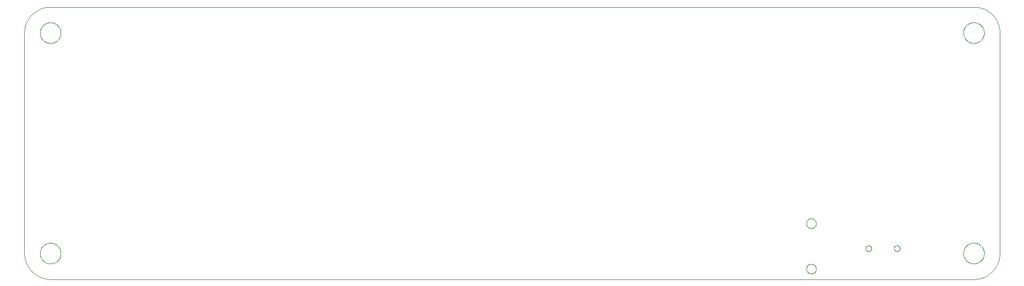
<source format=gbp>
G75*
%MOIN*%
%OFA0B0*%
%FSLAX25Y25*%
%IPPOS*%
%LPD*%
%AMOC8*
5,1,8,0,0,1.08239X$1,22.5*
%
%ADD10C,0.00000*%
D10*
X0017248Y0009374D02*
X0576303Y0009374D01*
X0570004Y0025122D02*
X0570006Y0025280D01*
X0570012Y0025438D01*
X0570022Y0025596D01*
X0570036Y0025754D01*
X0570054Y0025911D01*
X0570075Y0026068D01*
X0570101Y0026224D01*
X0570131Y0026380D01*
X0570164Y0026535D01*
X0570202Y0026688D01*
X0570243Y0026841D01*
X0570288Y0026993D01*
X0570337Y0027144D01*
X0570390Y0027293D01*
X0570446Y0027441D01*
X0570506Y0027587D01*
X0570570Y0027732D01*
X0570638Y0027875D01*
X0570709Y0028017D01*
X0570783Y0028157D01*
X0570861Y0028294D01*
X0570943Y0028430D01*
X0571027Y0028564D01*
X0571116Y0028695D01*
X0571207Y0028824D01*
X0571302Y0028951D01*
X0571399Y0029076D01*
X0571500Y0029198D01*
X0571604Y0029317D01*
X0571711Y0029434D01*
X0571821Y0029548D01*
X0571934Y0029659D01*
X0572049Y0029768D01*
X0572167Y0029873D01*
X0572288Y0029975D01*
X0572411Y0030075D01*
X0572537Y0030171D01*
X0572665Y0030264D01*
X0572795Y0030354D01*
X0572928Y0030440D01*
X0573063Y0030524D01*
X0573199Y0030603D01*
X0573338Y0030680D01*
X0573479Y0030752D01*
X0573621Y0030822D01*
X0573765Y0030887D01*
X0573911Y0030949D01*
X0574058Y0031007D01*
X0574207Y0031062D01*
X0574357Y0031113D01*
X0574508Y0031160D01*
X0574660Y0031203D01*
X0574813Y0031242D01*
X0574968Y0031278D01*
X0575123Y0031309D01*
X0575279Y0031337D01*
X0575435Y0031361D01*
X0575592Y0031381D01*
X0575750Y0031397D01*
X0575907Y0031409D01*
X0576066Y0031417D01*
X0576224Y0031421D01*
X0576382Y0031421D01*
X0576540Y0031417D01*
X0576699Y0031409D01*
X0576856Y0031397D01*
X0577014Y0031381D01*
X0577171Y0031361D01*
X0577327Y0031337D01*
X0577483Y0031309D01*
X0577638Y0031278D01*
X0577793Y0031242D01*
X0577946Y0031203D01*
X0578098Y0031160D01*
X0578249Y0031113D01*
X0578399Y0031062D01*
X0578548Y0031007D01*
X0578695Y0030949D01*
X0578841Y0030887D01*
X0578985Y0030822D01*
X0579127Y0030752D01*
X0579268Y0030680D01*
X0579407Y0030603D01*
X0579543Y0030524D01*
X0579678Y0030440D01*
X0579811Y0030354D01*
X0579941Y0030264D01*
X0580069Y0030171D01*
X0580195Y0030075D01*
X0580318Y0029975D01*
X0580439Y0029873D01*
X0580557Y0029768D01*
X0580672Y0029659D01*
X0580785Y0029548D01*
X0580895Y0029434D01*
X0581002Y0029317D01*
X0581106Y0029198D01*
X0581207Y0029076D01*
X0581304Y0028951D01*
X0581399Y0028824D01*
X0581490Y0028695D01*
X0581579Y0028564D01*
X0581663Y0028430D01*
X0581745Y0028294D01*
X0581823Y0028157D01*
X0581897Y0028017D01*
X0581968Y0027875D01*
X0582036Y0027732D01*
X0582100Y0027587D01*
X0582160Y0027441D01*
X0582216Y0027293D01*
X0582269Y0027144D01*
X0582318Y0026993D01*
X0582363Y0026841D01*
X0582404Y0026688D01*
X0582442Y0026535D01*
X0582475Y0026380D01*
X0582505Y0026224D01*
X0582531Y0026068D01*
X0582552Y0025911D01*
X0582570Y0025754D01*
X0582584Y0025596D01*
X0582594Y0025438D01*
X0582600Y0025280D01*
X0582602Y0025122D01*
X0582600Y0024964D01*
X0582594Y0024806D01*
X0582584Y0024648D01*
X0582570Y0024490D01*
X0582552Y0024333D01*
X0582531Y0024176D01*
X0582505Y0024020D01*
X0582475Y0023864D01*
X0582442Y0023709D01*
X0582404Y0023556D01*
X0582363Y0023403D01*
X0582318Y0023251D01*
X0582269Y0023100D01*
X0582216Y0022951D01*
X0582160Y0022803D01*
X0582100Y0022657D01*
X0582036Y0022512D01*
X0581968Y0022369D01*
X0581897Y0022227D01*
X0581823Y0022087D01*
X0581745Y0021950D01*
X0581663Y0021814D01*
X0581579Y0021680D01*
X0581490Y0021549D01*
X0581399Y0021420D01*
X0581304Y0021293D01*
X0581207Y0021168D01*
X0581106Y0021046D01*
X0581002Y0020927D01*
X0580895Y0020810D01*
X0580785Y0020696D01*
X0580672Y0020585D01*
X0580557Y0020476D01*
X0580439Y0020371D01*
X0580318Y0020269D01*
X0580195Y0020169D01*
X0580069Y0020073D01*
X0579941Y0019980D01*
X0579811Y0019890D01*
X0579678Y0019804D01*
X0579543Y0019720D01*
X0579407Y0019641D01*
X0579268Y0019564D01*
X0579127Y0019492D01*
X0578985Y0019422D01*
X0578841Y0019357D01*
X0578695Y0019295D01*
X0578548Y0019237D01*
X0578399Y0019182D01*
X0578249Y0019131D01*
X0578098Y0019084D01*
X0577946Y0019041D01*
X0577793Y0019002D01*
X0577638Y0018966D01*
X0577483Y0018935D01*
X0577327Y0018907D01*
X0577171Y0018883D01*
X0577014Y0018863D01*
X0576856Y0018847D01*
X0576699Y0018835D01*
X0576540Y0018827D01*
X0576382Y0018823D01*
X0576224Y0018823D01*
X0576066Y0018827D01*
X0575907Y0018835D01*
X0575750Y0018847D01*
X0575592Y0018863D01*
X0575435Y0018883D01*
X0575279Y0018907D01*
X0575123Y0018935D01*
X0574968Y0018966D01*
X0574813Y0019002D01*
X0574660Y0019041D01*
X0574508Y0019084D01*
X0574357Y0019131D01*
X0574207Y0019182D01*
X0574058Y0019237D01*
X0573911Y0019295D01*
X0573765Y0019357D01*
X0573621Y0019422D01*
X0573479Y0019492D01*
X0573338Y0019564D01*
X0573199Y0019641D01*
X0573063Y0019720D01*
X0572928Y0019804D01*
X0572795Y0019890D01*
X0572665Y0019980D01*
X0572537Y0020073D01*
X0572411Y0020169D01*
X0572288Y0020269D01*
X0572167Y0020371D01*
X0572049Y0020476D01*
X0571934Y0020585D01*
X0571821Y0020696D01*
X0571711Y0020810D01*
X0571604Y0020927D01*
X0571500Y0021046D01*
X0571399Y0021168D01*
X0571302Y0021293D01*
X0571207Y0021420D01*
X0571116Y0021549D01*
X0571027Y0021680D01*
X0570943Y0021814D01*
X0570861Y0021950D01*
X0570783Y0022087D01*
X0570709Y0022227D01*
X0570638Y0022369D01*
X0570570Y0022512D01*
X0570506Y0022657D01*
X0570446Y0022803D01*
X0570390Y0022951D01*
X0570337Y0023100D01*
X0570288Y0023251D01*
X0570243Y0023403D01*
X0570202Y0023556D01*
X0570164Y0023709D01*
X0570131Y0023864D01*
X0570101Y0024020D01*
X0570075Y0024176D01*
X0570054Y0024333D01*
X0570036Y0024490D01*
X0570022Y0024648D01*
X0570012Y0024806D01*
X0570006Y0024964D01*
X0570004Y0025122D01*
X0576303Y0009374D02*
X0576684Y0009379D01*
X0577064Y0009392D01*
X0577444Y0009415D01*
X0577823Y0009448D01*
X0578201Y0009489D01*
X0578578Y0009539D01*
X0578954Y0009599D01*
X0579329Y0009667D01*
X0579701Y0009745D01*
X0580072Y0009832D01*
X0580440Y0009927D01*
X0580806Y0010032D01*
X0581169Y0010145D01*
X0581530Y0010267D01*
X0581887Y0010397D01*
X0582241Y0010537D01*
X0582592Y0010684D01*
X0582939Y0010841D01*
X0583282Y0011005D01*
X0583621Y0011178D01*
X0583956Y0011359D01*
X0584287Y0011548D01*
X0584612Y0011745D01*
X0584933Y0011949D01*
X0585249Y0012162D01*
X0585559Y0012382D01*
X0585865Y0012609D01*
X0586164Y0012844D01*
X0586458Y0013086D01*
X0586746Y0013334D01*
X0587028Y0013590D01*
X0587303Y0013853D01*
X0587572Y0014122D01*
X0587835Y0014397D01*
X0588091Y0014679D01*
X0588339Y0014967D01*
X0588581Y0015261D01*
X0588816Y0015560D01*
X0589043Y0015866D01*
X0589263Y0016176D01*
X0589476Y0016492D01*
X0589680Y0016813D01*
X0589877Y0017138D01*
X0590066Y0017469D01*
X0590247Y0017804D01*
X0590420Y0018143D01*
X0590584Y0018486D01*
X0590741Y0018833D01*
X0590888Y0019184D01*
X0591028Y0019538D01*
X0591158Y0019895D01*
X0591280Y0020256D01*
X0591393Y0020619D01*
X0591498Y0020985D01*
X0591593Y0021353D01*
X0591680Y0021724D01*
X0591758Y0022096D01*
X0591826Y0022471D01*
X0591886Y0022847D01*
X0591936Y0023224D01*
X0591977Y0023602D01*
X0592010Y0023981D01*
X0592033Y0024361D01*
X0592046Y0024741D01*
X0592051Y0025122D01*
X0592051Y0158980D01*
X0570004Y0158980D02*
X0570006Y0159138D01*
X0570012Y0159296D01*
X0570022Y0159454D01*
X0570036Y0159612D01*
X0570054Y0159769D01*
X0570075Y0159926D01*
X0570101Y0160082D01*
X0570131Y0160238D01*
X0570164Y0160393D01*
X0570202Y0160546D01*
X0570243Y0160699D01*
X0570288Y0160851D01*
X0570337Y0161002D01*
X0570390Y0161151D01*
X0570446Y0161299D01*
X0570506Y0161445D01*
X0570570Y0161590D01*
X0570638Y0161733D01*
X0570709Y0161875D01*
X0570783Y0162015D01*
X0570861Y0162152D01*
X0570943Y0162288D01*
X0571027Y0162422D01*
X0571116Y0162553D01*
X0571207Y0162682D01*
X0571302Y0162809D01*
X0571399Y0162934D01*
X0571500Y0163056D01*
X0571604Y0163175D01*
X0571711Y0163292D01*
X0571821Y0163406D01*
X0571934Y0163517D01*
X0572049Y0163626D01*
X0572167Y0163731D01*
X0572288Y0163833D01*
X0572411Y0163933D01*
X0572537Y0164029D01*
X0572665Y0164122D01*
X0572795Y0164212D01*
X0572928Y0164298D01*
X0573063Y0164382D01*
X0573199Y0164461D01*
X0573338Y0164538D01*
X0573479Y0164610D01*
X0573621Y0164680D01*
X0573765Y0164745D01*
X0573911Y0164807D01*
X0574058Y0164865D01*
X0574207Y0164920D01*
X0574357Y0164971D01*
X0574508Y0165018D01*
X0574660Y0165061D01*
X0574813Y0165100D01*
X0574968Y0165136D01*
X0575123Y0165167D01*
X0575279Y0165195D01*
X0575435Y0165219D01*
X0575592Y0165239D01*
X0575750Y0165255D01*
X0575907Y0165267D01*
X0576066Y0165275D01*
X0576224Y0165279D01*
X0576382Y0165279D01*
X0576540Y0165275D01*
X0576699Y0165267D01*
X0576856Y0165255D01*
X0577014Y0165239D01*
X0577171Y0165219D01*
X0577327Y0165195D01*
X0577483Y0165167D01*
X0577638Y0165136D01*
X0577793Y0165100D01*
X0577946Y0165061D01*
X0578098Y0165018D01*
X0578249Y0164971D01*
X0578399Y0164920D01*
X0578548Y0164865D01*
X0578695Y0164807D01*
X0578841Y0164745D01*
X0578985Y0164680D01*
X0579127Y0164610D01*
X0579268Y0164538D01*
X0579407Y0164461D01*
X0579543Y0164382D01*
X0579678Y0164298D01*
X0579811Y0164212D01*
X0579941Y0164122D01*
X0580069Y0164029D01*
X0580195Y0163933D01*
X0580318Y0163833D01*
X0580439Y0163731D01*
X0580557Y0163626D01*
X0580672Y0163517D01*
X0580785Y0163406D01*
X0580895Y0163292D01*
X0581002Y0163175D01*
X0581106Y0163056D01*
X0581207Y0162934D01*
X0581304Y0162809D01*
X0581399Y0162682D01*
X0581490Y0162553D01*
X0581579Y0162422D01*
X0581663Y0162288D01*
X0581745Y0162152D01*
X0581823Y0162015D01*
X0581897Y0161875D01*
X0581968Y0161733D01*
X0582036Y0161590D01*
X0582100Y0161445D01*
X0582160Y0161299D01*
X0582216Y0161151D01*
X0582269Y0161002D01*
X0582318Y0160851D01*
X0582363Y0160699D01*
X0582404Y0160546D01*
X0582442Y0160393D01*
X0582475Y0160238D01*
X0582505Y0160082D01*
X0582531Y0159926D01*
X0582552Y0159769D01*
X0582570Y0159612D01*
X0582584Y0159454D01*
X0582594Y0159296D01*
X0582600Y0159138D01*
X0582602Y0158980D01*
X0582600Y0158822D01*
X0582594Y0158664D01*
X0582584Y0158506D01*
X0582570Y0158348D01*
X0582552Y0158191D01*
X0582531Y0158034D01*
X0582505Y0157878D01*
X0582475Y0157722D01*
X0582442Y0157567D01*
X0582404Y0157414D01*
X0582363Y0157261D01*
X0582318Y0157109D01*
X0582269Y0156958D01*
X0582216Y0156809D01*
X0582160Y0156661D01*
X0582100Y0156515D01*
X0582036Y0156370D01*
X0581968Y0156227D01*
X0581897Y0156085D01*
X0581823Y0155945D01*
X0581745Y0155808D01*
X0581663Y0155672D01*
X0581579Y0155538D01*
X0581490Y0155407D01*
X0581399Y0155278D01*
X0581304Y0155151D01*
X0581207Y0155026D01*
X0581106Y0154904D01*
X0581002Y0154785D01*
X0580895Y0154668D01*
X0580785Y0154554D01*
X0580672Y0154443D01*
X0580557Y0154334D01*
X0580439Y0154229D01*
X0580318Y0154127D01*
X0580195Y0154027D01*
X0580069Y0153931D01*
X0579941Y0153838D01*
X0579811Y0153748D01*
X0579678Y0153662D01*
X0579543Y0153578D01*
X0579407Y0153499D01*
X0579268Y0153422D01*
X0579127Y0153350D01*
X0578985Y0153280D01*
X0578841Y0153215D01*
X0578695Y0153153D01*
X0578548Y0153095D01*
X0578399Y0153040D01*
X0578249Y0152989D01*
X0578098Y0152942D01*
X0577946Y0152899D01*
X0577793Y0152860D01*
X0577638Y0152824D01*
X0577483Y0152793D01*
X0577327Y0152765D01*
X0577171Y0152741D01*
X0577014Y0152721D01*
X0576856Y0152705D01*
X0576699Y0152693D01*
X0576540Y0152685D01*
X0576382Y0152681D01*
X0576224Y0152681D01*
X0576066Y0152685D01*
X0575907Y0152693D01*
X0575750Y0152705D01*
X0575592Y0152721D01*
X0575435Y0152741D01*
X0575279Y0152765D01*
X0575123Y0152793D01*
X0574968Y0152824D01*
X0574813Y0152860D01*
X0574660Y0152899D01*
X0574508Y0152942D01*
X0574357Y0152989D01*
X0574207Y0153040D01*
X0574058Y0153095D01*
X0573911Y0153153D01*
X0573765Y0153215D01*
X0573621Y0153280D01*
X0573479Y0153350D01*
X0573338Y0153422D01*
X0573199Y0153499D01*
X0573063Y0153578D01*
X0572928Y0153662D01*
X0572795Y0153748D01*
X0572665Y0153838D01*
X0572537Y0153931D01*
X0572411Y0154027D01*
X0572288Y0154127D01*
X0572167Y0154229D01*
X0572049Y0154334D01*
X0571934Y0154443D01*
X0571821Y0154554D01*
X0571711Y0154668D01*
X0571604Y0154785D01*
X0571500Y0154904D01*
X0571399Y0155026D01*
X0571302Y0155151D01*
X0571207Y0155278D01*
X0571116Y0155407D01*
X0571027Y0155538D01*
X0570943Y0155672D01*
X0570861Y0155808D01*
X0570783Y0155945D01*
X0570709Y0156085D01*
X0570638Y0156227D01*
X0570570Y0156370D01*
X0570506Y0156515D01*
X0570446Y0156661D01*
X0570390Y0156809D01*
X0570337Y0156958D01*
X0570288Y0157109D01*
X0570243Y0157261D01*
X0570202Y0157414D01*
X0570164Y0157567D01*
X0570131Y0157722D01*
X0570101Y0157878D01*
X0570075Y0158034D01*
X0570054Y0158191D01*
X0570036Y0158348D01*
X0570022Y0158506D01*
X0570012Y0158664D01*
X0570006Y0158822D01*
X0570004Y0158980D01*
X0576303Y0174728D02*
X0576684Y0174723D01*
X0577064Y0174710D01*
X0577444Y0174687D01*
X0577823Y0174654D01*
X0578201Y0174613D01*
X0578578Y0174563D01*
X0578954Y0174503D01*
X0579329Y0174435D01*
X0579701Y0174357D01*
X0580072Y0174270D01*
X0580440Y0174175D01*
X0580806Y0174070D01*
X0581169Y0173957D01*
X0581530Y0173835D01*
X0581887Y0173705D01*
X0582241Y0173565D01*
X0582592Y0173418D01*
X0582939Y0173261D01*
X0583282Y0173097D01*
X0583621Y0172924D01*
X0583956Y0172743D01*
X0584287Y0172554D01*
X0584612Y0172357D01*
X0584933Y0172153D01*
X0585249Y0171940D01*
X0585559Y0171720D01*
X0585865Y0171493D01*
X0586164Y0171258D01*
X0586458Y0171016D01*
X0586746Y0170768D01*
X0587028Y0170512D01*
X0587303Y0170249D01*
X0587572Y0169980D01*
X0587835Y0169705D01*
X0588091Y0169423D01*
X0588339Y0169135D01*
X0588581Y0168841D01*
X0588816Y0168542D01*
X0589043Y0168236D01*
X0589263Y0167926D01*
X0589476Y0167610D01*
X0589680Y0167289D01*
X0589877Y0166964D01*
X0590066Y0166633D01*
X0590247Y0166298D01*
X0590420Y0165959D01*
X0590584Y0165616D01*
X0590741Y0165269D01*
X0590888Y0164918D01*
X0591028Y0164564D01*
X0591158Y0164207D01*
X0591280Y0163846D01*
X0591393Y0163483D01*
X0591498Y0163117D01*
X0591593Y0162749D01*
X0591680Y0162378D01*
X0591758Y0162006D01*
X0591826Y0161631D01*
X0591886Y0161255D01*
X0591936Y0160878D01*
X0591977Y0160500D01*
X0592010Y0160121D01*
X0592033Y0159741D01*
X0592046Y0159361D01*
X0592051Y0158980D01*
X0576303Y0174728D02*
X0017248Y0174728D01*
X0010949Y0158980D02*
X0010951Y0159138D01*
X0010957Y0159296D01*
X0010967Y0159454D01*
X0010981Y0159612D01*
X0010999Y0159769D01*
X0011020Y0159926D01*
X0011046Y0160082D01*
X0011076Y0160238D01*
X0011109Y0160393D01*
X0011147Y0160546D01*
X0011188Y0160699D01*
X0011233Y0160851D01*
X0011282Y0161002D01*
X0011335Y0161151D01*
X0011391Y0161299D01*
X0011451Y0161445D01*
X0011515Y0161590D01*
X0011583Y0161733D01*
X0011654Y0161875D01*
X0011728Y0162015D01*
X0011806Y0162152D01*
X0011888Y0162288D01*
X0011972Y0162422D01*
X0012061Y0162553D01*
X0012152Y0162682D01*
X0012247Y0162809D01*
X0012344Y0162934D01*
X0012445Y0163056D01*
X0012549Y0163175D01*
X0012656Y0163292D01*
X0012766Y0163406D01*
X0012879Y0163517D01*
X0012994Y0163626D01*
X0013112Y0163731D01*
X0013233Y0163833D01*
X0013356Y0163933D01*
X0013482Y0164029D01*
X0013610Y0164122D01*
X0013740Y0164212D01*
X0013873Y0164298D01*
X0014008Y0164382D01*
X0014144Y0164461D01*
X0014283Y0164538D01*
X0014424Y0164610D01*
X0014566Y0164680D01*
X0014710Y0164745D01*
X0014856Y0164807D01*
X0015003Y0164865D01*
X0015152Y0164920D01*
X0015302Y0164971D01*
X0015453Y0165018D01*
X0015605Y0165061D01*
X0015758Y0165100D01*
X0015913Y0165136D01*
X0016068Y0165167D01*
X0016224Y0165195D01*
X0016380Y0165219D01*
X0016537Y0165239D01*
X0016695Y0165255D01*
X0016852Y0165267D01*
X0017011Y0165275D01*
X0017169Y0165279D01*
X0017327Y0165279D01*
X0017485Y0165275D01*
X0017644Y0165267D01*
X0017801Y0165255D01*
X0017959Y0165239D01*
X0018116Y0165219D01*
X0018272Y0165195D01*
X0018428Y0165167D01*
X0018583Y0165136D01*
X0018738Y0165100D01*
X0018891Y0165061D01*
X0019043Y0165018D01*
X0019194Y0164971D01*
X0019344Y0164920D01*
X0019493Y0164865D01*
X0019640Y0164807D01*
X0019786Y0164745D01*
X0019930Y0164680D01*
X0020072Y0164610D01*
X0020213Y0164538D01*
X0020352Y0164461D01*
X0020488Y0164382D01*
X0020623Y0164298D01*
X0020756Y0164212D01*
X0020886Y0164122D01*
X0021014Y0164029D01*
X0021140Y0163933D01*
X0021263Y0163833D01*
X0021384Y0163731D01*
X0021502Y0163626D01*
X0021617Y0163517D01*
X0021730Y0163406D01*
X0021840Y0163292D01*
X0021947Y0163175D01*
X0022051Y0163056D01*
X0022152Y0162934D01*
X0022249Y0162809D01*
X0022344Y0162682D01*
X0022435Y0162553D01*
X0022524Y0162422D01*
X0022608Y0162288D01*
X0022690Y0162152D01*
X0022768Y0162015D01*
X0022842Y0161875D01*
X0022913Y0161733D01*
X0022981Y0161590D01*
X0023045Y0161445D01*
X0023105Y0161299D01*
X0023161Y0161151D01*
X0023214Y0161002D01*
X0023263Y0160851D01*
X0023308Y0160699D01*
X0023349Y0160546D01*
X0023387Y0160393D01*
X0023420Y0160238D01*
X0023450Y0160082D01*
X0023476Y0159926D01*
X0023497Y0159769D01*
X0023515Y0159612D01*
X0023529Y0159454D01*
X0023539Y0159296D01*
X0023545Y0159138D01*
X0023547Y0158980D01*
X0023545Y0158822D01*
X0023539Y0158664D01*
X0023529Y0158506D01*
X0023515Y0158348D01*
X0023497Y0158191D01*
X0023476Y0158034D01*
X0023450Y0157878D01*
X0023420Y0157722D01*
X0023387Y0157567D01*
X0023349Y0157414D01*
X0023308Y0157261D01*
X0023263Y0157109D01*
X0023214Y0156958D01*
X0023161Y0156809D01*
X0023105Y0156661D01*
X0023045Y0156515D01*
X0022981Y0156370D01*
X0022913Y0156227D01*
X0022842Y0156085D01*
X0022768Y0155945D01*
X0022690Y0155808D01*
X0022608Y0155672D01*
X0022524Y0155538D01*
X0022435Y0155407D01*
X0022344Y0155278D01*
X0022249Y0155151D01*
X0022152Y0155026D01*
X0022051Y0154904D01*
X0021947Y0154785D01*
X0021840Y0154668D01*
X0021730Y0154554D01*
X0021617Y0154443D01*
X0021502Y0154334D01*
X0021384Y0154229D01*
X0021263Y0154127D01*
X0021140Y0154027D01*
X0021014Y0153931D01*
X0020886Y0153838D01*
X0020756Y0153748D01*
X0020623Y0153662D01*
X0020488Y0153578D01*
X0020352Y0153499D01*
X0020213Y0153422D01*
X0020072Y0153350D01*
X0019930Y0153280D01*
X0019786Y0153215D01*
X0019640Y0153153D01*
X0019493Y0153095D01*
X0019344Y0153040D01*
X0019194Y0152989D01*
X0019043Y0152942D01*
X0018891Y0152899D01*
X0018738Y0152860D01*
X0018583Y0152824D01*
X0018428Y0152793D01*
X0018272Y0152765D01*
X0018116Y0152741D01*
X0017959Y0152721D01*
X0017801Y0152705D01*
X0017644Y0152693D01*
X0017485Y0152685D01*
X0017327Y0152681D01*
X0017169Y0152681D01*
X0017011Y0152685D01*
X0016852Y0152693D01*
X0016695Y0152705D01*
X0016537Y0152721D01*
X0016380Y0152741D01*
X0016224Y0152765D01*
X0016068Y0152793D01*
X0015913Y0152824D01*
X0015758Y0152860D01*
X0015605Y0152899D01*
X0015453Y0152942D01*
X0015302Y0152989D01*
X0015152Y0153040D01*
X0015003Y0153095D01*
X0014856Y0153153D01*
X0014710Y0153215D01*
X0014566Y0153280D01*
X0014424Y0153350D01*
X0014283Y0153422D01*
X0014144Y0153499D01*
X0014008Y0153578D01*
X0013873Y0153662D01*
X0013740Y0153748D01*
X0013610Y0153838D01*
X0013482Y0153931D01*
X0013356Y0154027D01*
X0013233Y0154127D01*
X0013112Y0154229D01*
X0012994Y0154334D01*
X0012879Y0154443D01*
X0012766Y0154554D01*
X0012656Y0154668D01*
X0012549Y0154785D01*
X0012445Y0154904D01*
X0012344Y0155026D01*
X0012247Y0155151D01*
X0012152Y0155278D01*
X0012061Y0155407D01*
X0011972Y0155538D01*
X0011888Y0155672D01*
X0011806Y0155808D01*
X0011728Y0155945D01*
X0011654Y0156085D01*
X0011583Y0156227D01*
X0011515Y0156370D01*
X0011451Y0156515D01*
X0011391Y0156661D01*
X0011335Y0156809D01*
X0011282Y0156958D01*
X0011233Y0157109D01*
X0011188Y0157261D01*
X0011147Y0157414D01*
X0011109Y0157567D01*
X0011076Y0157722D01*
X0011046Y0157878D01*
X0011020Y0158034D01*
X0010999Y0158191D01*
X0010981Y0158348D01*
X0010967Y0158506D01*
X0010957Y0158664D01*
X0010951Y0158822D01*
X0010949Y0158980D01*
X0001500Y0158980D02*
X0001505Y0159361D01*
X0001518Y0159741D01*
X0001541Y0160121D01*
X0001574Y0160500D01*
X0001615Y0160878D01*
X0001665Y0161255D01*
X0001725Y0161631D01*
X0001793Y0162006D01*
X0001871Y0162378D01*
X0001958Y0162749D01*
X0002053Y0163117D01*
X0002158Y0163483D01*
X0002271Y0163846D01*
X0002393Y0164207D01*
X0002523Y0164564D01*
X0002663Y0164918D01*
X0002810Y0165269D01*
X0002967Y0165616D01*
X0003131Y0165959D01*
X0003304Y0166298D01*
X0003485Y0166633D01*
X0003674Y0166964D01*
X0003871Y0167289D01*
X0004075Y0167610D01*
X0004288Y0167926D01*
X0004508Y0168236D01*
X0004735Y0168542D01*
X0004970Y0168841D01*
X0005212Y0169135D01*
X0005460Y0169423D01*
X0005716Y0169705D01*
X0005979Y0169980D01*
X0006248Y0170249D01*
X0006523Y0170512D01*
X0006805Y0170768D01*
X0007093Y0171016D01*
X0007387Y0171258D01*
X0007686Y0171493D01*
X0007992Y0171720D01*
X0008302Y0171940D01*
X0008618Y0172153D01*
X0008939Y0172357D01*
X0009264Y0172554D01*
X0009595Y0172743D01*
X0009930Y0172924D01*
X0010269Y0173097D01*
X0010612Y0173261D01*
X0010959Y0173418D01*
X0011310Y0173565D01*
X0011664Y0173705D01*
X0012021Y0173835D01*
X0012382Y0173957D01*
X0012745Y0174070D01*
X0013111Y0174175D01*
X0013479Y0174270D01*
X0013850Y0174357D01*
X0014222Y0174435D01*
X0014597Y0174503D01*
X0014973Y0174563D01*
X0015350Y0174613D01*
X0015728Y0174654D01*
X0016107Y0174687D01*
X0016487Y0174710D01*
X0016867Y0174723D01*
X0017248Y0174728D01*
X0001500Y0158980D02*
X0001500Y0025122D01*
X0010949Y0025122D02*
X0010951Y0025280D01*
X0010957Y0025438D01*
X0010967Y0025596D01*
X0010981Y0025754D01*
X0010999Y0025911D01*
X0011020Y0026068D01*
X0011046Y0026224D01*
X0011076Y0026380D01*
X0011109Y0026535D01*
X0011147Y0026688D01*
X0011188Y0026841D01*
X0011233Y0026993D01*
X0011282Y0027144D01*
X0011335Y0027293D01*
X0011391Y0027441D01*
X0011451Y0027587D01*
X0011515Y0027732D01*
X0011583Y0027875D01*
X0011654Y0028017D01*
X0011728Y0028157D01*
X0011806Y0028294D01*
X0011888Y0028430D01*
X0011972Y0028564D01*
X0012061Y0028695D01*
X0012152Y0028824D01*
X0012247Y0028951D01*
X0012344Y0029076D01*
X0012445Y0029198D01*
X0012549Y0029317D01*
X0012656Y0029434D01*
X0012766Y0029548D01*
X0012879Y0029659D01*
X0012994Y0029768D01*
X0013112Y0029873D01*
X0013233Y0029975D01*
X0013356Y0030075D01*
X0013482Y0030171D01*
X0013610Y0030264D01*
X0013740Y0030354D01*
X0013873Y0030440D01*
X0014008Y0030524D01*
X0014144Y0030603D01*
X0014283Y0030680D01*
X0014424Y0030752D01*
X0014566Y0030822D01*
X0014710Y0030887D01*
X0014856Y0030949D01*
X0015003Y0031007D01*
X0015152Y0031062D01*
X0015302Y0031113D01*
X0015453Y0031160D01*
X0015605Y0031203D01*
X0015758Y0031242D01*
X0015913Y0031278D01*
X0016068Y0031309D01*
X0016224Y0031337D01*
X0016380Y0031361D01*
X0016537Y0031381D01*
X0016695Y0031397D01*
X0016852Y0031409D01*
X0017011Y0031417D01*
X0017169Y0031421D01*
X0017327Y0031421D01*
X0017485Y0031417D01*
X0017644Y0031409D01*
X0017801Y0031397D01*
X0017959Y0031381D01*
X0018116Y0031361D01*
X0018272Y0031337D01*
X0018428Y0031309D01*
X0018583Y0031278D01*
X0018738Y0031242D01*
X0018891Y0031203D01*
X0019043Y0031160D01*
X0019194Y0031113D01*
X0019344Y0031062D01*
X0019493Y0031007D01*
X0019640Y0030949D01*
X0019786Y0030887D01*
X0019930Y0030822D01*
X0020072Y0030752D01*
X0020213Y0030680D01*
X0020352Y0030603D01*
X0020488Y0030524D01*
X0020623Y0030440D01*
X0020756Y0030354D01*
X0020886Y0030264D01*
X0021014Y0030171D01*
X0021140Y0030075D01*
X0021263Y0029975D01*
X0021384Y0029873D01*
X0021502Y0029768D01*
X0021617Y0029659D01*
X0021730Y0029548D01*
X0021840Y0029434D01*
X0021947Y0029317D01*
X0022051Y0029198D01*
X0022152Y0029076D01*
X0022249Y0028951D01*
X0022344Y0028824D01*
X0022435Y0028695D01*
X0022524Y0028564D01*
X0022608Y0028430D01*
X0022690Y0028294D01*
X0022768Y0028157D01*
X0022842Y0028017D01*
X0022913Y0027875D01*
X0022981Y0027732D01*
X0023045Y0027587D01*
X0023105Y0027441D01*
X0023161Y0027293D01*
X0023214Y0027144D01*
X0023263Y0026993D01*
X0023308Y0026841D01*
X0023349Y0026688D01*
X0023387Y0026535D01*
X0023420Y0026380D01*
X0023450Y0026224D01*
X0023476Y0026068D01*
X0023497Y0025911D01*
X0023515Y0025754D01*
X0023529Y0025596D01*
X0023539Y0025438D01*
X0023545Y0025280D01*
X0023547Y0025122D01*
X0023545Y0024964D01*
X0023539Y0024806D01*
X0023529Y0024648D01*
X0023515Y0024490D01*
X0023497Y0024333D01*
X0023476Y0024176D01*
X0023450Y0024020D01*
X0023420Y0023864D01*
X0023387Y0023709D01*
X0023349Y0023556D01*
X0023308Y0023403D01*
X0023263Y0023251D01*
X0023214Y0023100D01*
X0023161Y0022951D01*
X0023105Y0022803D01*
X0023045Y0022657D01*
X0022981Y0022512D01*
X0022913Y0022369D01*
X0022842Y0022227D01*
X0022768Y0022087D01*
X0022690Y0021950D01*
X0022608Y0021814D01*
X0022524Y0021680D01*
X0022435Y0021549D01*
X0022344Y0021420D01*
X0022249Y0021293D01*
X0022152Y0021168D01*
X0022051Y0021046D01*
X0021947Y0020927D01*
X0021840Y0020810D01*
X0021730Y0020696D01*
X0021617Y0020585D01*
X0021502Y0020476D01*
X0021384Y0020371D01*
X0021263Y0020269D01*
X0021140Y0020169D01*
X0021014Y0020073D01*
X0020886Y0019980D01*
X0020756Y0019890D01*
X0020623Y0019804D01*
X0020488Y0019720D01*
X0020352Y0019641D01*
X0020213Y0019564D01*
X0020072Y0019492D01*
X0019930Y0019422D01*
X0019786Y0019357D01*
X0019640Y0019295D01*
X0019493Y0019237D01*
X0019344Y0019182D01*
X0019194Y0019131D01*
X0019043Y0019084D01*
X0018891Y0019041D01*
X0018738Y0019002D01*
X0018583Y0018966D01*
X0018428Y0018935D01*
X0018272Y0018907D01*
X0018116Y0018883D01*
X0017959Y0018863D01*
X0017801Y0018847D01*
X0017644Y0018835D01*
X0017485Y0018827D01*
X0017327Y0018823D01*
X0017169Y0018823D01*
X0017011Y0018827D01*
X0016852Y0018835D01*
X0016695Y0018847D01*
X0016537Y0018863D01*
X0016380Y0018883D01*
X0016224Y0018907D01*
X0016068Y0018935D01*
X0015913Y0018966D01*
X0015758Y0019002D01*
X0015605Y0019041D01*
X0015453Y0019084D01*
X0015302Y0019131D01*
X0015152Y0019182D01*
X0015003Y0019237D01*
X0014856Y0019295D01*
X0014710Y0019357D01*
X0014566Y0019422D01*
X0014424Y0019492D01*
X0014283Y0019564D01*
X0014144Y0019641D01*
X0014008Y0019720D01*
X0013873Y0019804D01*
X0013740Y0019890D01*
X0013610Y0019980D01*
X0013482Y0020073D01*
X0013356Y0020169D01*
X0013233Y0020269D01*
X0013112Y0020371D01*
X0012994Y0020476D01*
X0012879Y0020585D01*
X0012766Y0020696D01*
X0012656Y0020810D01*
X0012549Y0020927D01*
X0012445Y0021046D01*
X0012344Y0021168D01*
X0012247Y0021293D01*
X0012152Y0021420D01*
X0012061Y0021549D01*
X0011972Y0021680D01*
X0011888Y0021814D01*
X0011806Y0021950D01*
X0011728Y0022087D01*
X0011654Y0022227D01*
X0011583Y0022369D01*
X0011515Y0022512D01*
X0011451Y0022657D01*
X0011391Y0022803D01*
X0011335Y0022951D01*
X0011282Y0023100D01*
X0011233Y0023251D01*
X0011188Y0023403D01*
X0011147Y0023556D01*
X0011109Y0023709D01*
X0011076Y0023864D01*
X0011046Y0024020D01*
X0011020Y0024176D01*
X0010999Y0024333D01*
X0010981Y0024490D01*
X0010967Y0024648D01*
X0010957Y0024806D01*
X0010951Y0024964D01*
X0010949Y0025122D01*
X0001500Y0025122D02*
X0001505Y0024741D01*
X0001518Y0024361D01*
X0001541Y0023981D01*
X0001574Y0023602D01*
X0001615Y0023224D01*
X0001665Y0022847D01*
X0001725Y0022471D01*
X0001793Y0022096D01*
X0001871Y0021724D01*
X0001958Y0021353D01*
X0002053Y0020985D01*
X0002158Y0020619D01*
X0002271Y0020256D01*
X0002393Y0019895D01*
X0002523Y0019538D01*
X0002663Y0019184D01*
X0002810Y0018833D01*
X0002967Y0018486D01*
X0003131Y0018143D01*
X0003304Y0017804D01*
X0003485Y0017469D01*
X0003674Y0017138D01*
X0003871Y0016813D01*
X0004075Y0016492D01*
X0004288Y0016176D01*
X0004508Y0015866D01*
X0004735Y0015560D01*
X0004970Y0015261D01*
X0005212Y0014967D01*
X0005460Y0014679D01*
X0005716Y0014397D01*
X0005979Y0014122D01*
X0006248Y0013853D01*
X0006523Y0013590D01*
X0006805Y0013334D01*
X0007093Y0013086D01*
X0007387Y0012844D01*
X0007686Y0012609D01*
X0007992Y0012382D01*
X0008302Y0012162D01*
X0008618Y0011949D01*
X0008939Y0011745D01*
X0009264Y0011548D01*
X0009595Y0011359D01*
X0009930Y0011178D01*
X0010269Y0011005D01*
X0010612Y0010841D01*
X0010959Y0010684D01*
X0011310Y0010537D01*
X0011664Y0010397D01*
X0012021Y0010267D01*
X0012382Y0010145D01*
X0012745Y0010032D01*
X0013111Y0009927D01*
X0013479Y0009832D01*
X0013850Y0009745D01*
X0014222Y0009667D01*
X0014597Y0009599D01*
X0014973Y0009539D01*
X0015350Y0009489D01*
X0015728Y0009448D01*
X0016107Y0009415D01*
X0016487Y0009392D01*
X0016867Y0009379D01*
X0017248Y0009374D01*
X0474925Y0015673D02*
X0474927Y0015781D01*
X0474933Y0015890D01*
X0474943Y0015998D01*
X0474957Y0016105D01*
X0474975Y0016212D01*
X0474996Y0016319D01*
X0475022Y0016424D01*
X0475052Y0016529D01*
X0475085Y0016632D01*
X0475122Y0016734D01*
X0475163Y0016834D01*
X0475207Y0016933D01*
X0475256Y0017031D01*
X0475307Y0017126D01*
X0475362Y0017219D01*
X0475421Y0017311D01*
X0475483Y0017400D01*
X0475548Y0017487D01*
X0475616Y0017571D01*
X0475687Y0017653D01*
X0475761Y0017732D01*
X0475838Y0017808D01*
X0475918Y0017882D01*
X0476001Y0017952D01*
X0476086Y0018020D01*
X0476173Y0018084D01*
X0476263Y0018145D01*
X0476355Y0018203D01*
X0476449Y0018257D01*
X0476545Y0018308D01*
X0476642Y0018355D01*
X0476742Y0018399D01*
X0476843Y0018439D01*
X0476945Y0018475D01*
X0477048Y0018507D01*
X0477153Y0018536D01*
X0477259Y0018560D01*
X0477365Y0018581D01*
X0477472Y0018598D01*
X0477580Y0018611D01*
X0477688Y0018620D01*
X0477797Y0018625D01*
X0477905Y0018626D01*
X0478014Y0018623D01*
X0478122Y0018616D01*
X0478230Y0018605D01*
X0478337Y0018590D01*
X0478444Y0018571D01*
X0478550Y0018548D01*
X0478655Y0018522D01*
X0478760Y0018491D01*
X0478862Y0018457D01*
X0478964Y0018419D01*
X0479064Y0018377D01*
X0479163Y0018332D01*
X0479260Y0018283D01*
X0479354Y0018230D01*
X0479447Y0018174D01*
X0479538Y0018115D01*
X0479627Y0018052D01*
X0479713Y0017987D01*
X0479797Y0017918D01*
X0479878Y0017846D01*
X0479956Y0017771D01*
X0480032Y0017693D01*
X0480105Y0017612D01*
X0480175Y0017529D01*
X0480241Y0017444D01*
X0480305Y0017356D01*
X0480365Y0017265D01*
X0480422Y0017173D01*
X0480475Y0017078D01*
X0480525Y0016982D01*
X0480571Y0016884D01*
X0480614Y0016784D01*
X0480653Y0016683D01*
X0480688Y0016580D01*
X0480720Y0016477D01*
X0480747Y0016372D01*
X0480771Y0016266D01*
X0480791Y0016159D01*
X0480807Y0016052D01*
X0480819Y0015944D01*
X0480827Y0015836D01*
X0480831Y0015727D01*
X0480831Y0015619D01*
X0480827Y0015510D01*
X0480819Y0015402D01*
X0480807Y0015294D01*
X0480791Y0015187D01*
X0480771Y0015080D01*
X0480747Y0014974D01*
X0480720Y0014869D01*
X0480688Y0014766D01*
X0480653Y0014663D01*
X0480614Y0014562D01*
X0480571Y0014462D01*
X0480525Y0014364D01*
X0480475Y0014268D01*
X0480422Y0014173D01*
X0480365Y0014081D01*
X0480305Y0013990D01*
X0480241Y0013902D01*
X0480175Y0013817D01*
X0480105Y0013734D01*
X0480032Y0013653D01*
X0479956Y0013575D01*
X0479878Y0013500D01*
X0479797Y0013428D01*
X0479713Y0013359D01*
X0479627Y0013294D01*
X0479538Y0013231D01*
X0479447Y0013172D01*
X0479355Y0013116D01*
X0479260Y0013063D01*
X0479163Y0013014D01*
X0479064Y0012969D01*
X0478964Y0012927D01*
X0478862Y0012889D01*
X0478760Y0012855D01*
X0478655Y0012824D01*
X0478550Y0012798D01*
X0478444Y0012775D01*
X0478337Y0012756D01*
X0478230Y0012741D01*
X0478122Y0012730D01*
X0478014Y0012723D01*
X0477905Y0012720D01*
X0477797Y0012721D01*
X0477688Y0012726D01*
X0477580Y0012735D01*
X0477472Y0012748D01*
X0477365Y0012765D01*
X0477259Y0012786D01*
X0477153Y0012810D01*
X0477048Y0012839D01*
X0476945Y0012871D01*
X0476843Y0012907D01*
X0476742Y0012947D01*
X0476642Y0012991D01*
X0476545Y0013038D01*
X0476449Y0013089D01*
X0476355Y0013143D01*
X0476263Y0013201D01*
X0476173Y0013262D01*
X0476086Y0013326D01*
X0476001Y0013394D01*
X0475918Y0013464D01*
X0475838Y0013538D01*
X0475761Y0013614D01*
X0475687Y0013693D01*
X0475616Y0013775D01*
X0475548Y0013859D01*
X0475483Y0013946D01*
X0475421Y0014035D01*
X0475362Y0014127D01*
X0475307Y0014220D01*
X0475256Y0014315D01*
X0475207Y0014413D01*
X0475163Y0014512D01*
X0475122Y0014612D01*
X0475085Y0014714D01*
X0475052Y0014817D01*
X0475022Y0014922D01*
X0474996Y0015027D01*
X0474975Y0015134D01*
X0474957Y0015241D01*
X0474943Y0015348D01*
X0474933Y0015456D01*
X0474927Y0015565D01*
X0474925Y0015673D01*
X0510752Y0028075D02*
X0510754Y0028159D01*
X0510760Y0028242D01*
X0510770Y0028325D01*
X0510784Y0028408D01*
X0510801Y0028490D01*
X0510823Y0028571D01*
X0510848Y0028650D01*
X0510877Y0028729D01*
X0510910Y0028806D01*
X0510946Y0028881D01*
X0510986Y0028955D01*
X0511029Y0029027D01*
X0511076Y0029096D01*
X0511126Y0029163D01*
X0511179Y0029228D01*
X0511235Y0029290D01*
X0511293Y0029350D01*
X0511355Y0029407D01*
X0511419Y0029460D01*
X0511486Y0029511D01*
X0511555Y0029558D01*
X0511626Y0029603D01*
X0511699Y0029643D01*
X0511774Y0029680D01*
X0511851Y0029714D01*
X0511929Y0029744D01*
X0512008Y0029770D01*
X0512089Y0029793D01*
X0512171Y0029811D01*
X0512253Y0029826D01*
X0512336Y0029837D01*
X0512419Y0029844D01*
X0512503Y0029847D01*
X0512587Y0029846D01*
X0512670Y0029841D01*
X0512754Y0029832D01*
X0512836Y0029819D01*
X0512918Y0029803D01*
X0512999Y0029782D01*
X0513080Y0029758D01*
X0513158Y0029730D01*
X0513236Y0029698D01*
X0513312Y0029662D01*
X0513386Y0029623D01*
X0513458Y0029581D01*
X0513528Y0029535D01*
X0513596Y0029486D01*
X0513661Y0029434D01*
X0513724Y0029379D01*
X0513784Y0029321D01*
X0513842Y0029260D01*
X0513896Y0029196D01*
X0513948Y0029130D01*
X0513996Y0029062D01*
X0514041Y0028991D01*
X0514082Y0028918D01*
X0514121Y0028844D01*
X0514155Y0028768D01*
X0514186Y0028690D01*
X0514213Y0028611D01*
X0514237Y0028530D01*
X0514256Y0028449D01*
X0514272Y0028367D01*
X0514284Y0028284D01*
X0514292Y0028200D01*
X0514296Y0028117D01*
X0514296Y0028033D01*
X0514292Y0027950D01*
X0514284Y0027866D01*
X0514272Y0027783D01*
X0514256Y0027701D01*
X0514237Y0027620D01*
X0514213Y0027539D01*
X0514186Y0027460D01*
X0514155Y0027382D01*
X0514121Y0027306D01*
X0514082Y0027232D01*
X0514041Y0027159D01*
X0513996Y0027088D01*
X0513948Y0027020D01*
X0513896Y0026954D01*
X0513842Y0026890D01*
X0513784Y0026829D01*
X0513724Y0026771D01*
X0513661Y0026716D01*
X0513596Y0026664D01*
X0513528Y0026615D01*
X0513458Y0026569D01*
X0513386Y0026527D01*
X0513312Y0026488D01*
X0513236Y0026452D01*
X0513158Y0026420D01*
X0513080Y0026392D01*
X0512999Y0026368D01*
X0512918Y0026347D01*
X0512836Y0026331D01*
X0512754Y0026318D01*
X0512670Y0026309D01*
X0512587Y0026304D01*
X0512503Y0026303D01*
X0512419Y0026306D01*
X0512336Y0026313D01*
X0512253Y0026324D01*
X0512171Y0026339D01*
X0512089Y0026357D01*
X0512008Y0026380D01*
X0511929Y0026406D01*
X0511851Y0026436D01*
X0511774Y0026470D01*
X0511699Y0026507D01*
X0511626Y0026547D01*
X0511555Y0026592D01*
X0511486Y0026639D01*
X0511419Y0026690D01*
X0511355Y0026743D01*
X0511293Y0026800D01*
X0511235Y0026860D01*
X0511179Y0026922D01*
X0511126Y0026987D01*
X0511076Y0027054D01*
X0511029Y0027123D01*
X0510986Y0027195D01*
X0510946Y0027269D01*
X0510910Y0027344D01*
X0510877Y0027421D01*
X0510848Y0027500D01*
X0510823Y0027579D01*
X0510801Y0027660D01*
X0510784Y0027742D01*
X0510770Y0027825D01*
X0510760Y0027908D01*
X0510754Y0027991D01*
X0510752Y0028075D01*
X0528074Y0028075D02*
X0528076Y0028159D01*
X0528082Y0028242D01*
X0528092Y0028325D01*
X0528106Y0028408D01*
X0528123Y0028490D01*
X0528145Y0028571D01*
X0528170Y0028650D01*
X0528199Y0028729D01*
X0528232Y0028806D01*
X0528268Y0028881D01*
X0528308Y0028955D01*
X0528351Y0029027D01*
X0528398Y0029096D01*
X0528448Y0029163D01*
X0528501Y0029228D01*
X0528557Y0029290D01*
X0528615Y0029350D01*
X0528677Y0029407D01*
X0528741Y0029460D01*
X0528808Y0029511D01*
X0528877Y0029558D01*
X0528948Y0029603D01*
X0529021Y0029643D01*
X0529096Y0029680D01*
X0529173Y0029714D01*
X0529251Y0029744D01*
X0529330Y0029770D01*
X0529411Y0029793D01*
X0529493Y0029811D01*
X0529575Y0029826D01*
X0529658Y0029837D01*
X0529741Y0029844D01*
X0529825Y0029847D01*
X0529909Y0029846D01*
X0529992Y0029841D01*
X0530076Y0029832D01*
X0530158Y0029819D01*
X0530240Y0029803D01*
X0530321Y0029782D01*
X0530402Y0029758D01*
X0530480Y0029730D01*
X0530558Y0029698D01*
X0530634Y0029662D01*
X0530708Y0029623D01*
X0530780Y0029581D01*
X0530850Y0029535D01*
X0530918Y0029486D01*
X0530983Y0029434D01*
X0531046Y0029379D01*
X0531106Y0029321D01*
X0531164Y0029260D01*
X0531218Y0029196D01*
X0531270Y0029130D01*
X0531318Y0029062D01*
X0531363Y0028991D01*
X0531404Y0028918D01*
X0531443Y0028844D01*
X0531477Y0028768D01*
X0531508Y0028690D01*
X0531535Y0028611D01*
X0531559Y0028530D01*
X0531578Y0028449D01*
X0531594Y0028367D01*
X0531606Y0028284D01*
X0531614Y0028200D01*
X0531618Y0028117D01*
X0531618Y0028033D01*
X0531614Y0027950D01*
X0531606Y0027866D01*
X0531594Y0027783D01*
X0531578Y0027701D01*
X0531559Y0027620D01*
X0531535Y0027539D01*
X0531508Y0027460D01*
X0531477Y0027382D01*
X0531443Y0027306D01*
X0531404Y0027232D01*
X0531363Y0027159D01*
X0531318Y0027088D01*
X0531270Y0027020D01*
X0531218Y0026954D01*
X0531164Y0026890D01*
X0531106Y0026829D01*
X0531046Y0026771D01*
X0530983Y0026716D01*
X0530918Y0026664D01*
X0530850Y0026615D01*
X0530780Y0026569D01*
X0530708Y0026527D01*
X0530634Y0026488D01*
X0530558Y0026452D01*
X0530480Y0026420D01*
X0530402Y0026392D01*
X0530321Y0026368D01*
X0530240Y0026347D01*
X0530158Y0026331D01*
X0530076Y0026318D01*
X0529992Y0026309D01*
X0529909Y0026304D01*
X0529825Y0026303D01*
X0529741Y0026306D01*
X0529658Y0026313D01*
X0529575Y0026324D01*
X0529493Y0026339D01*
X0529411Y0026357D01*
X0529330Y0026380D01*
X0529251Y0026406D01*
X0529173Y0026436D01*
X0529096Y0026470D01*
X0529021Y0026507D01*
X0528948Y0026547D01*
X0528877Y0026592D01*
X0528808Y0026639D01*
X0528741Y0026690D01*
X0528677Y0026743D01*
X0528615Y0026800D01*
X0528557Y0026860D01*
X0528501Y0026922D01*
X0528448Y0026987D01*
X0528398Y0027054D01*
X0528351Y0027123D01*
X0528308Y0027195D01*
X0528268Y0027269D01*
X0528232Y0027344D01*
X0528199Y0027421D01*
X0528170Y0027500D01*
X0528145Y0027579D01*
X0528123Y0027660D01*
X0528106Y0027742D01*
X0528092Y0027825D01*
X0528082Y0027908D01*
X0528076Y0027991D01*
X0528074Y0028075D01*
X0474925Y0043232D02*
X0474927Y0043340D01*
X0474933Y0043449D01*
X0474943Y0043557D01*
X0474957Y0043664D01*
X0474975Y0043771D01*
X0474996Y0043878D01*
X0475022Y0043983D01*
X0475052Y0044088D01*
X0475085Y0044191D01*
X0475122Y0044293D01*
X0475163Y0044393D01*
X0475207Y0044492D01*
X0475256Y0044590D01*
X0475307Y0044685D01*
X0475362Y0044778D01*
X0475421Y0044870D01*
X0475483Y0044959D01*
X0475548Y0045046D01*
X0475616Y0045130D01*
X0475687Y0045212D01*
X0475761Y0045291D01*
X0475838Y0045367D01*
X0475918Y0045441D01*
X0476001Y0045511D01*
X0476086Y0045579D01*
X0476173Y0045643D01*
X0476263Y0045704D01*
X0476355Y0045762D01*
X0476449Y0045816D01*
X0476545Y0045867D01*
X0476642Y0045914D01*
X0476742Y0045958D01*
X0476843Y0045998D01*
X0476945Y0046034D01*
X0477048Y0046066D01*
X0477153Y0046095D01*
X0477259Y0046119D01*
X0477365Y0046140D01*
X0477472Y0046157D01*
X0477580Y0046170D01*
X0477688Y0046179D01*
X0477797Y0046184D01*
X0477905Y0046185D01*
X0478014Y0046182D01*
X0478122Y0046175D01*
X0478230Y0046164D01*
X0478337Y0046149D01*
X0478444Y0046130D01*
X0478550Y0046107D01*
X0478655Y0046081D01*
X0478760Y0046050D01*
X0478862Y0046016D01*
X0478964Y0045978D01*
X0479064Y0045936D01*
X0479163Y0045891D01*
X0479260Y0045842D01*
X0479354Y0045789D01*
X0479447Y0045733D01*
X0479538Y0045674D01*
X0479627Y0045611D01*
X0479713Y0045546D01*
X0479797Y0045477D01*
X0479878Y0045405D01*
X0479956Y0045330D01*
X0480032Y0045252D01*
X0480105Y0045171D01*
X0480175Y0045088D01*
X0480241Y0045003D01*
X0480305Y0044915D01*
X0480365Y0044824D01*
X0480422Y0044732D01*
X0480475Y0044637D01*
X0480525Y0044541D01*
X0480571Y0044443D01*
X0480614Y0044343D01*
X0480653Y0044242D01*
X0480688Y0044139D01*
X0480720Y0044036D01*
X0480747Y0043931D01*
X0480771Y0043825D01*
X0480791Y0043718D01*
X0480807Y0043611D01*
X0480819Y0043503D01*
X0480827Y0043395D01*
X0480831Y0043286D01*
X0480831Y0043178D01*
X0480827Y0043069D01*
X0480819Y0042961D01*
X0480807Y0042853D01*
X0480791Y0042746D01*
X0480771Y0042639D01*
X0480747Y0042533D01*
X0480720Y0042428D01*
X0480688Y0042325D01*
X0480653Y0042222D01*
X0480614Y0042121D01*
X0480571Y0042021D01*
X0480525Y0041923D01*
X0480475Y0041827D01*
X0480422Y0041732D01*
X0480365Y0041640D01*
X0480305Y0041549D01*
X0480241Y0041461D01*
X0480175Y0041376D01*
X0480105Y0041293D01*
X0480032Y0041212D01*
X0479956Y0041134D01*
X0479878Y0041059D01*
X0479797Y0040987D01*
X0479713Y0040918D01*
X0479627Y0040853D01*
X0479538Y0040790D01*
X0479447Y0040731D01*
X0479355Y0040675D01*
X0479260Y0040622D01*
X0479163Y0040573D01*
X0479064Y0040528D01*
X0478964Y0040486D01*
X0478862Y0040448D01*
X0478760Y0040414D01*
X0478655Y0040383D01*
X0478550Y0040357D01*
X0478444Y0040334D01*
X0478337Y0040315D01*
X0478230Y0040300D01*
X0478122Y0040289D01*
X0478014Y0040282D01*
X0477905Y0040279D01*
X0477797Y0040280D01*
X0477688Y0040285D01*
X0477580Y0040294D01*
X0477472Y0040307D01*
X0477365Y0040324D01*
X0477259Y0040345D01*
X0477153Y0040369D01*
X0477048Y0040398D01*
X0476945Y0040430D01*
X0476843Y0040466D01*
X0476742Y0040506D01*
X0476642Y0040550D01*
X0476545Y0040597D01*
X0476449Y0040648D01*
X0476355Y0040702D01*
X0476263Y0040760D01*
X0476173Y0040821D01*
X0476086Y0040885D01*
X0476001Y0040953D01*
X0475918Y0041023D01*
X0475838Y0041097D01*
X0475761Y0041173D01*
X0475687Y0041252D01*
X0475616Y0041334D01*
X0475548Y0041418D01*
X0475483Y0041505D01*
X0475421Y0041594D01*
X0475362Y0041686D01*
X0475307Y0041779D01*
X0475256Y0041874D01*
X0475207Y0041972D01*
X0475163Y0042071D01*
X0475122Y0042171D01*
X0475085Y0042273D01*
X0475052Y0042376D01*
X0475022Y0042481D01*
X0474996Y0042586D01*
X0474975Y0042693D01*
X0474957Y0042800D01*
X0474943Y0042907D01*
X0474933Y0043015D01*
X0474927Y0043124D01*
X0474925Y0043232D01*
M02*

</source>
